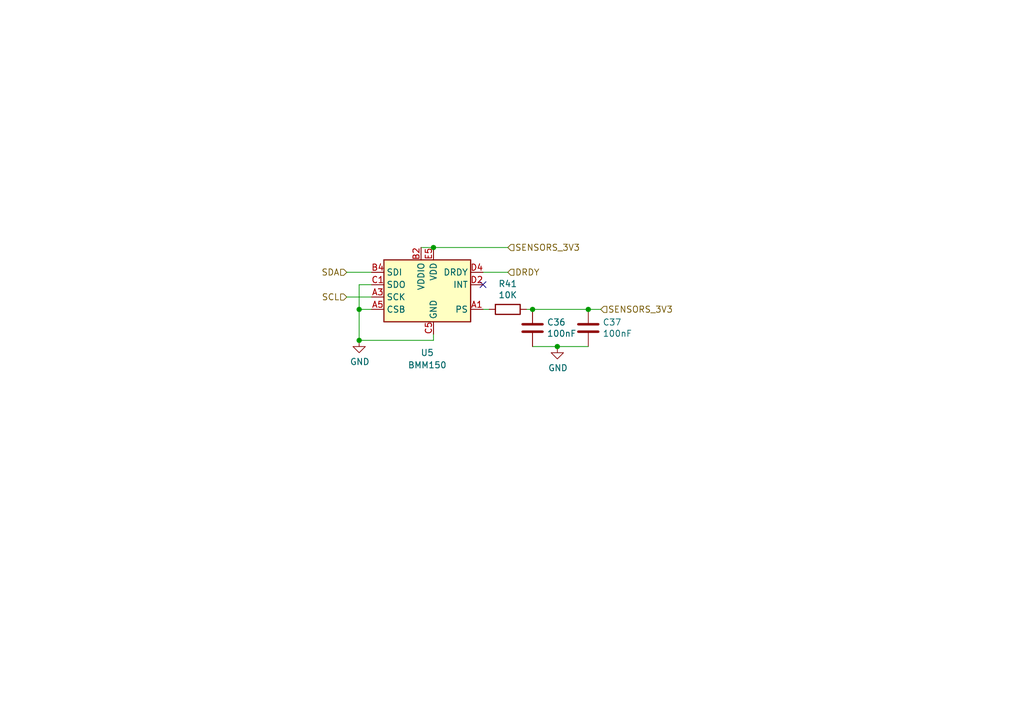
<source format=kicad_sch>
(kicad_sch (version 20211123) (generator eeschema)
  (paper "A5")
  (lib_symbols
    (symbol "Device:C" (pin_numbers hide) (pin_names (offset 0.254))
      (property "Reference" "C" (at 0.635 2.54 0))
      (property "Value" "C" (at 0.635 -2.54 0))
      (symbol "C_0_1"
        (polyline (pts (xy -2.032 -0.762) (xy 2.032 -0.762)) (stroke (width 0.508)))
        (polyline (pts (xy -2.032 0.762) (xy 2.032 0.762)) (stroke (width 0.508)))
      )
      (symbol "C_1_1"
        (pin passive line (at 0 3.81 270) (length 2.794) (name "~") (number "1"))
        (pin passive line (at 0 -3.81 90) (length 2.794) (name "~") (number "2"))
      )
    )
    (symbol "Device:R" (pin_numbers hide) (pin_names (offset 0))
      (property "Reference" "R" (at 2.032 0 90))
      (property "Value" "R" (at 0 0 90))
      (symbol "R_0_1"
        (rectangle (start -1.016 -2.54) (end 1.016 2.54) (stroke (width 0.254)))
      )
      (symbol "R_1_1"
        (pin passive line (at 0 3.81 270) (length 1.27) (name "~") (number "1"))
        (pin passive line (at 0 -3.81 90) (length 1.27) (name "~") (number "2"))
      )
    )
    (symbol "Sensor_Magnetic:BMM150"
      (property "Reference" "U" (at -10.16 6.35 0))
      (property "Value" "BMM150" (at 7.62 6.35 0))
      (symbol "BMM150_0_1"
        (rectangle (start -10.16 5.08) (end 7.62 -7.62) (stroke (width 0.254)) (fill (type background)))
      )
      (symbol "BMM150_1_1"
        (pin input line (at 10.16 -5.08 180) (length 2.54) (name "PS") (number "A1"))
        (pin bidirectional line (at -12.7 -2.54 0) (length 2.54) (name "SCK") (number "A3"))
        (pin input line (at -12.7 -5.08 0) (length 2.54) (name "CSB") (number "A5"))
        (pin power_in line (at -2.54 7.62 270) (length 2.54) (name "VDDIO") (number "B2"))
        (pin bidirectional line (at -12.7 2.54 0) (length 2.54) (name "SDI") (number "B4"))
        (pin bidirectional line (at -12.7 0 0) (length 2.54) (name "SDO") (number "C1"))
        (pin power_in line (at 0 -10.16 90) (length 2.54) (name "GND") (number "C5"))
        (pin output line (at 10.16 0 180) (length 2.54) (name "INT") (number "D2"))
        (pin output line (at 10.16 2.54 180) (length 2.54) (name "DRDY") (number "D4"))
        (pin passive line (at 0 -10.16 90) (length 2.54) hide (name "GND") (number "E1"))
        (pin passive line (at 0 -10.16 90) (length 2.54) hide (name "GND") (number "E3"))
        (pin power_in line (at 0 7.62 270) (length 2.54) (name "VDD") (number "E5"))
      )
    )
    (symbol "power:GND" (power) (pin_names (offset 0))
      (property "Value" "GND" (at 0 -3.81 0))
      (symbol "GND_0_1"
        (polyline (pts (xy 0 0) (xy 0 -1.27) (xy 1.27 -1.27) (xy 0 -2.54) (xy -1.27 -1.27) (xy 0 -1.27)))
      )
      (symbol "GND_1_1"
        (pin power_in line (at 0 0 270) (length 0) hide (name "GND") (number "1"))
      )
    )
  )
  (junction (at 73.66 63.5))
  (junction (at 114.3 71.12))
  (junction (at 73.66 69.85))
  (junction (at 109.22 63.5))
  (junction (at 120.65 63.5))
  (junction (at 88.9 50.8))
  (no_connect (at 99.06 58.42))
  (wire (pts (xy 100.33 63.5) (xy 99.06 63.5)))
  (wire (pts (xy 104.14 50.8) (xy 88.9 50.8)))
  (wire (pts (xy 73.66 63.5) (xy 76.2 63.5)))
  (wire (pts (xy 73.66 63.5) (xy 73.66 69.85)))
  (wire (pts (xy 71.12 60.96) (xy 76.2 60.96)))
  (wire (pts (xy 114.3 71.12) (xy 120.65 71.12)))
  (wire (pts (xy 76.2 58.42) (xy 73.66 58.42)))
  (wire (pts (xy 123.19 63.5) (xy 120.65 63.5)))
  (wire (pts (xy 73.66 69.85) (xy 88.9 69.85)))
  (wire (pts (xy 76.2 55.88) (xy 71.12 55.88)))
  (wire (pts (xy 88.9 69.85) (xy 88.9 68.58)))
  (wire (pts (xy 86.36 50.8) (xy 88.9 50.8)))
  (wire (pts (xy 109.22 63.5) (xy 107.95 63.5)))
  (wire (pts (xy 109.22 71.12) (xy 114.3 71.12)))
  (wire (pts (xy 104.14 55.88) (xy 99.06 55.88)))
  (wire (pts (xy 120.65 63.5) (xy 109.22 63.5)))
  (wire (pts (xy 73.66 58.42) (xy 73.66 63.5)))
  (hierarchical_label "SENSORS_3V3" (shape input) (at 104.14 50.8 0))
  (hierarchical_label "SDA" (shape input) (at 71.12 55.88 180))
  (hierarchical_label "DRDY" (shape input) (at 104.14 55.88 0))
  (hierarchical_label "SCL" (shape input) (at 71.12 60.96 180))
  (hierarchical_label "SENSORS_3V3" (shape input) (at 123.19 63.5 0))
  (symbol (lib_id "power:GND") (at 73.66 69.85 0) (unit 1)
    (property "Reference" "#PWR0148" (effects hide))
    (property "Value" "GND" (at 73.787 74.2442 0))
  )
  (symbol (lib_id "power:GND") (at 114.3 71.12 0) (unit 1)
    (property "Reference" "#PWR0147" (effects hide))
    (property "Value" "GND" (at 114.427 75.5142 0))
  )
  (symbol (lib_id "Sensor_Magnetic:BMM150") (at 88.9 58.42 0) (unit 1)
    (property "Reference" "U5" (at 87.63 72.39 0))
    (property "Value" "BMM150" (at 87.63 74.93 0))
    (property "Footprint" "Package_CSP:WLCSP-12_1.56x1.56mm_P0.4mm" (effects hide))
    (property "Datasheet" "https://www.mouser.com/datasheet/2/783/BST-BMM150-DS001-01-786480.pdf" (effects hide))
    (property "Manufacturer_Part_Number" "BMM150" (effects hide))
  )
  (symbol (lib_id "Device:C") (at 120.65 67.31 0) (unit 1)
    (property "Reference" "C37" (at 123.571 66.1416 0) (effects (justify left)))
    (property "Value" "100nF" (at 123.571 68.453 0) (effects (justify left)))
    (property "Footprint" "Capacitor_SMD:C_0402_1005Metric" (effects hide))
  )
  (symbol (lib_id "Device:R") (at 104.14 63.5 270) (unit 1)
    (property "Reference" "R41" (at 104.14 58.2422 90))
    (property "Value" "10K" (at 104.14 60.5536 90))
    (property "Footprint" "Resistor_SMD:R_0402_1005Metric" (effects hide))
  )
  (symbol (lib_id "Device:C") (at 109.22 67.31 0) (unit 1)
    (property "Reference" "C36" (at 112.141 66.1416 0) (effects (justify left)))
    (property "Value" "100nF" (at 112.141 68.453 0) (effects (justify left)))
    (property "Footprint" "Capacitor_SMD:C_0402_1005Metric" (effects hide))
  )
)
</source>
